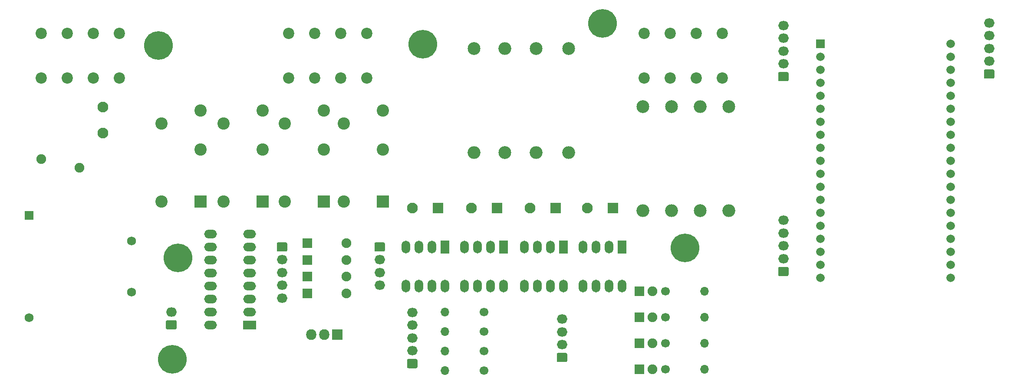
<source format=gbr>
G04 #@! TF.GenerationSoftware,KiCad,Pcbnew,(5.1.6)-1*
G04 #@! TF.CreationDate,2021-09-20T00:00:25+02:00*
G04 #@! TF.ProjectId,hamodule,68616d6f-6475-46c6-952e-6b696361645f,rev?*
G04 #@! TF.SameCoordinates,Original*
G04 #@! TF.FileFunction,Soldermask,Bot*
G04 #@! TF.FilePolarity,Negative*
%FSLAX46Y46*%
G04 Gerber Fmt 4.6, Leading zero omitted, Abs format (unit mm)*
G04 Created by KiCad (PCBNEW (5.1.6)-1) date 2021-09-20 00:00:25*
%MOMM*%
%LPD*%
G01*
G04 APERTURE LIST*
%ADD10C,1.660000*%
%ADD11R,1.660000X1.660000*%
%ADD12O,2.050000X1.800000*%
%ADD13O,1.900000X1.900000*%
%ADD14R,1.900000X1.900000*%
%ADD15C,1.900000*%
%ADD16C,2.200000*%
%ADD17C,5.600000*%
%ADD18C,2.400000*%
%ADD19R,2.400000X2.400000*%
%ADD20O,2.500000X2.500000*%
%ADD21C,2.500000*%
%ADD22C,2.100000*%
%ADD23R,2.100000X2.100000*%
%ADD24R,2.500000X1.700000*%
%ADD25O,2.500000X1.700000*%
%ADD26O,1.700000X2.500000*%
%ADD27R,1.700000X2.500000*%
%ADD28O,2.005000X2.100000*%
%ADD29R,2.005000X2.100000*%
%ADD30O,1.700000X1.700000*%
%ADD31C,1.700000*%
%ADD32O,2.100000X1.800000*%
%ADD33C,1.750000*%
%ADD34R,1.750000X1.750000*%
G04 APERTURE END LIST*
D10*
X206595000Y-67020000D03*
X206595000Y-64480000D03*
X206595000Y-61940000D03*
X206595000Y-59400000D03*
X206595000Y-56860000D03*
X206595000Y-54320000D03*
X206595000Y-51780000D03*
X206595000Y-49240000D03*
X206595000Y-46700000D03*
X206595000Y-44160000D03*
X206595000Y-41620000D03*
X206595000Y-39080000D03*
X206595000Y-36540000D03*
X206595000Y-34000000D03*
X206595000Y-31460000D03*
X206595000Y-28920000D03*
X206595000Y-26380000D03*
X206595000Y-23840000D03*
X206595000Y-21300000D03*
X181195000Y-64480000D03*
X181195000Y-61940000D03*
X181195000Y-59400000D03*
X181195000Y-56860000D03*
X181195000Y-54320000D03*
X181195000Y-51780000D03*
X181195000Y-49240000D03*
X181195000Y-46700000D03*
X181195000Y-44160000D03*
X181195000Y-41620000D03*
X181195000Y-39080000D03*
X181195000Y-36540000D03*
X181195000Y-34000000D03*
X181195000Y-31460000D03*
X181195000Y-28920000D03*
X181195000Y-26380000D03*
X181195000Y-67020000D03*
X181195000Y-23840000D03*
D11*
X181195000Y-21300000D03*
D12*
X173990000Y-55746000D03*
X173990000Y-58246000D03*
X173990000Y-60746000D03*
X173990000Y-63246000D03*
G36*
G01*
X174750294Y-66646000D02*
X173229706Y-66646000D01*
G75*
G02*
X172965000Y-66381294I0J264706D01*
G01*
X172965000Y-65110706D01*
G75*
G02*
X173229706Y-64846000I264706J0D01*
G01*
X174750294Y-64846000D01*
G75*
G02*
X175015000Y-65110706I0J-264706D01*
G01*
X175015000Y-66381294D01*
G75*
G02*
X174750294Y-66646000I-264706J0D01*
G01*
G37*
X214122000Y-17178000D03*
X214122000Y-19678000D03*
X214122000Y-22178000D03*
X214122000Y-24678000D03*
G36*
G01*
X214882294Y-28078000D02*
X213361706Y-28078000D01*
G75*
G02*
X213097000Y-27813294I0J264706D01*
G01*
X213097000Y-26542706D01*
G75*
G02*
X213361706Y-26278000I264706J0D01*
G01*
X214882294Y-26278000D01*
G75*
G02*
X215147000Y-26542706I0J-264706D01*
G01*
X215147000Y-27813294D01*
G75*
G02*
X214882294Y-28078000I-264706J0D01*
G01*
G37*
X173990000Y-17686000D03*
X173990000Y-20186000D03*
X173990000Y-22686000D03*
X173990000Y-25186000D03*
G36*
G01*
X174750294Y-28586000D02*
X173229706Y-28586000D01*
G75*
G02*
X172965000Y-28321294I0J264706D01*
G01*
X172965000Y-27050706D01*
G75*
G02*
X173229706Y-26786000I264706J0D01*
G01*
X174750294Y-26786000D01*
G75*
G02*
X175015000Y-27050706I0J-264706D01*
G01*
X175015000Y-28321294D01*
G75*
G02*
X174750294Y-28586000I-264706J0D01*
G01*
G37*
D13*
X88750000Y-60250000D03*
D14*
X81130000Y-60250000D03*
D13*
X88750000Y-63500000D03*
D14*
X81130000Y-63500000D03*
D13*
X88750000Y-66750000D03*
D14*
X81130000Y-66750000D03*
D13*
X88750000Y-70000000D03*
D14*
X81130000Y-70000000D03*
D15*
X36710000Y-45448330D03*
X29210000Y-43815000D03*
D16*
X29210000Y-19240000D03*
X29210000Y-27940000D03*
X34290000Y-19240000D03*
X34290000Y-27940000D03*
X39370000Y-19240000D03*
X39370000Y-27940000D03*
X44450000Y-19240000D03*
X44450000Y-27940000D03*
D17*
X52070000Y-21590000D03*
D18*
X76708000Y-52070000D03*
X76708000Y-36830000D03*
X84328000Y-34290000D03*
X84328000Y-41910000D03*
D19*
X84328000Y-52070000D03*
D20*
X132080000Y-42545000D03*
D21*
X132080000Y-22225000D03*
D20*
X125730000Y-42545000D03*
D21*
X125730000Y-22225000D03*
D22*
X113110000Y-53340000D03*
D23*
X118110000Y-53340000D03*
D22*
X124540000Y-53340000D03*
D23*
X129540000Y-53340000D03*
D24*
X69850000Y-76200000D03*
D25*
X62230000Y-58420000D03*
X69850000Y-73660000D03*
X62230000Y-60960000D03*
X69850000Y-71120000D03*
X62230000Y-63500000D03*
X69850000Y-68580000D03*
X62230000Y-66040000D03*
X69850000Y-66040000D03*
X62230000Y-68580000D03*
X69850000Y-63500000D03*
X62230000Y-71120000D03*
X69850000Y-60960000D03*
X62230000Y-73660000D03*
X69850000Y-58420000D03*
X62230000Y-76200000D03*
D12*
X95250000Y-68460000D03*
X95250000Y-65960000D03*
X95250000Y-63460000D03*
G36*
G01*
X94489706Y-60060000D02*
X96010294Y-60060000D01*
G75*
G02*
X96275000Y-60324706I0J-264706D01*
G01*
X96275000Y-61595294D01*
G75*
G02*
X96010294Y-61860000I-264706J0D01*
G01*
X94489706Y-61860000D01*
G75*
G02*
X94225000Y-61595294I0J264706D01*
G01*
X94225000Y-60324706D01*
G75*
G02*
X94489706Y-60060000I264706J0D01*
G01*
G37*
X101600000Y-73740000D03*
X101600000Y-76240000D03*
X101600000Y-78740000D03*
X101600000Y-81240000D03*
G36*
G01*
X102360294Y-84640000D02*
X100839706Y-84640000D01*
G75*
G02*
X100575000Y-84375294I0J264706D01*
G01*
X100575000Y-83104706D01*
G75*
G02*
X100839706Y-82840000I264706J0D01*
G01*
X102360294Y-82840000D01*
G75*
G02*
X102625000Y-83104706I0J-264706D01*
G01*
X102625000Y-84375294D01*
G75*
G02*
X102360294Y-84640000I-264706J0D01*
G01*
G37*
D26*
X119380000Y-68580000D03*
X111760000Y-60960000D03*
X116840000Y-68580000D03*
X114300000Y-60960000D03*
X114300000Y-68580000D03*
X116840000Y-60960000D03*
X111760000Y-68580000D03*
D27*
X119380000Y-60960000D03*
D26*
X142494000Y-68580000D03*
X134874000Y-60960000D03*
X139954000Y-68580000D03*
X137414000Y-60960000D03*
X137414000Y-68580000D03*
X139954000Y-60960000D03*
X134874000Y-68580000D03*
D27*
X142494000Y-60960000D03*
D26*
X131064000Y-68580000D03*
X123444000Y-60960000D03*
X128524000Y-68580000D03*
X125984000Y-60960000D03*
X125984000Y-68580000D03*
X128524000Y-60960000D03*
X123444000Y-68580000D03*
D27*
X131064000Y-60960000D03*
D26*
X107950000Y-68580000D03*
X100330000Y-60960000D03*
X105410000Y-68580000D03*
X102870000Y-60960000D03*
X102870000Y-68580000D03*
X105410000Y-60960000D03*
X100330000Y-68580000D03*
D27*
X107950000Y-60960000D03*
D28*
X81915000Y-78105000D03*
X84455000Y-78105000D03*
D29*
X86995000Y-78105000D03*
D30*
X158623000Y-84836000D03*
D31*
X151003000Y-84836000D03*
D30*
X158623000Y-79756000D03*
D31*
X151003000Y-79756000D03*
D30*
X158623000Y-74676000D03*
D31*
X151003000Y-74676000D03*
D30*
X107950000Y-85090000D03*
D31*
X115570000Y-85090000D03*
D30*
X107950000Y-81280000D03*
D31*
X115570000Y-81280000D03*
D30*
X107950000Y-77470000D03*
D31*
X115570000Y-77470000D03*
D30*
X107950000Y-73660000D03*
D31*
X115570000Y-73660000D03*
D30*
X158623000Y-69596000D03*
D31*
X151003000Y-69596000D03*
D12*
X76200000Y-70960000D03*
X76200000Y-68460000D03*
X76200000Y-65960000D03*
X76200000Y-63460000D03*
G36*
G01*
X75439706Y-60060000D02*
X76960294Y-60060000D01*
G75*
G02*
X77225000Y-60324706I0J-264706D01*
G01*
X77225000Y-61595294D01*
G75*
G02*
X76960294Y-61860000I-264706J0D01*
G01*
X75439706Y-61860000D01*
G75*
G02*
X75175000Y-61595294I0J264706D01*
G01*
X75175000Y-60324706D01*
G75*
G02*
X75439706Y-60060000I264706J0D01*
G01*
G37*
D15*
X148463000Y-84836000D03*
D14*
X145923000Y-84836000D03*
D15*
X148463000Y-79756000D03*
D14*
X145923000Y-79756000D03*
D15*
X148463000Y-74676000D03*
D14*
X145923000Y-74676000D03*
D15*
X148463000Y-69596000D03*
D14*
X145923000Y-69596000D03*
D22*
X135716000Y-53340000D03*
D23*
X140716000Y-53340000D03*
D22*
X101600000Y-53340000D03*
D23*
X106600000Y-53340000D03*
D12*
X130810000Y-75050000D03*
X130810000Y-77550000D03*
X130810000Y-80050000D03*
G36*
G01*
X131570294Y-83450000D02*
X130049706Y-83450000D01*
G75*
G02*
X129785000Y-83185294I0J264706D01*
G01*
X129785000Y-81914706D01*
G75*
G02*
X130049706Y-81650000I264706J0D01*
G01*
X131570294Y-81650000D01*
G75*
G02*
X131835000Y-81914706I0J-264706D01*
G01*
X131835000Y-83185294D01*
G75*
G02*
X131570294Y-83450000I-264706J0D01*
G01*
G37*
D32*
X54610000Y-73660000D03*
G36*
G01*
X55395294Y-77060000D02*
X53824706Y-77060000D01*
G75*
G02*
X53560000Y-76795294I0J264706D01*
G01*
X53560000Y-75524706D01*
G75*
G02*
X53824706Y-75260000I264706J0D01*
G01*
X55395294Y-75260000D01*
G75*
G02*
X55660000Y-75524706I0J-264706D01*
G01*
X55660000Y-76795294D01*
G75*
G02*
X55395294Y-77060000I-264706J0D01*
G01*
G37*
D20*
X163322000Y-53848000D03*
D21*
X163322000Y-33528000D03*
D20*
X113665000Y-42545000D03*
D21*
X113665000Y-22225000D03*
D20*
X157734000Y-33528000D03*
D21*
X157734000Y-53848000D03*
D20*
X119634000Y-22225000D03*
D21*
X119634000Y-42545000D03*
D20*
X146558000Y-53848000D03*
D21*
X146558000Y-33528000D03*
D20*
X152146000Y-53848000D03*
D21*
X152146000Y-33528000D03*
D33*
X46830000Y-59770000D03*
X46830000Y-69770000D03*
X26830000Y-74770000D03*
D34*
X26830000Y-54770000D03*
D17*
X154800000Y-61100000D03*
X54800000Y-82900000D03*
X55900000Y-63100000D03*
X103632000Y-21336000D03*
X138684000Y-17272000D03*
D22*
X41275000Y-38735000D03*
X41275000Y-33655000D03*
D18*
X52705000Y-52070000D03*
X52705000Y-36830000D03*
X60325000Y-34290000D03*
X60325000Y-41910000D03*
D19*
X60325000Y-52070000D03*
D18*
X64770000Y-52070000D03*
X64770000Y-36830000D03*
X72390000Y-34290000D03*
X72390000Y-41910000D03*
D19*
X72390000Y-52070000D03*
D18*
X88265000Y-52070000D03*
X88265000Y-36830000D03*
X95885000Y-34290000D03*
X95885000Y-41910000D03*
D19*
X95885000Y-52070000D03*
D16*
X146812000Y-19240000D03*
X146812000Y-27940000D03*
X151892000Y-19240000D03*
X151892000Y-27940000D03*
X156972000Y-19240000D03*
X156972000Y-27940000D03*
X162052000Y-19240000D03*
X162052000Y-27940000D03*
X77470000Y-19240000D03*
X77470000Y-27940000D03*
X82550000Y-19240000D03*
X82550000Y-27940000D03*
X87630000Y-19240000D03*
X87630000Y-27940000D03*
X92710000Y-19240000D03*
X92710000Y-27940000D03*
M02*

</source>
